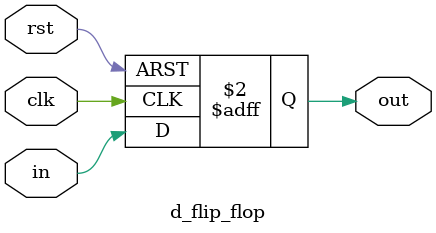
<source format=v>
`timescale 1ns / 1ps
module d_flip_flop(in, clk, rst, out);
	
	input in, clk, rst;
	output reg out;
    
	 
	 always @(posedge clk or posedge rst) begin
	     if(rst)
		      out <= 1'b0;
		  else 
				out <= in;
	 end
endmodule
</source>
